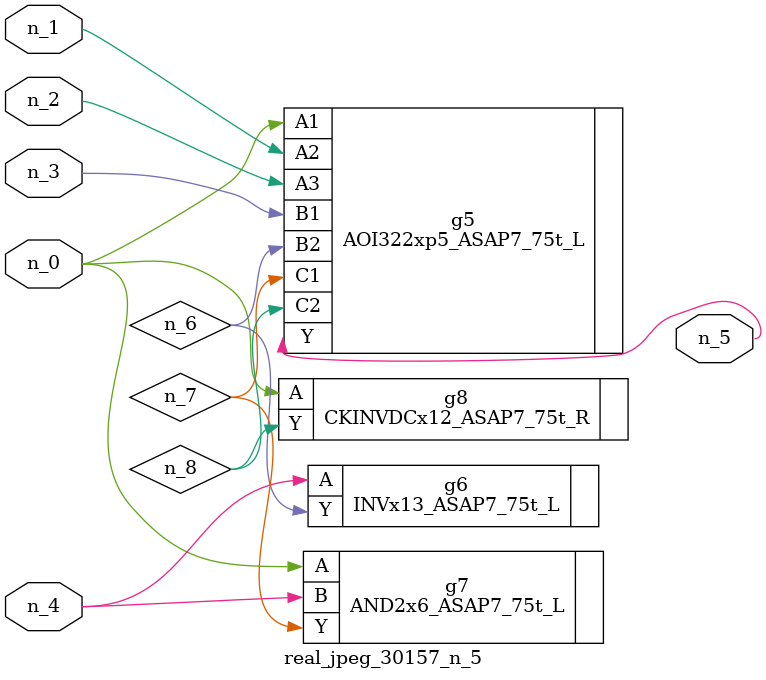
<source format=v>
module real_jpeg_30157_n_5 (n_4, n_0, n_1, n_2, n_3, n_5);

input n_4;
input n_0;
input n_1;
input n_2;
input n_3;

output n_5;

wire n_8;
wire n_6;
wire n_7;

AOI322xp5_ASAP7_75t_L g5 ( 
.A1(n_0),
.A2(n_1),
.A3(n_2),
.B1(n_3),
.B2(n_6),
.C1(n_7),
.C2(n_8),
.Y(n_5)
);

AND2x6_ASAP7_75t_L g7 ( 
.A(n_0),
.B(n_4),
.Y(n_7)
);

CKINVDCx12_ASAP7_75t_R g8 ( 
.A(n_0),
.Y(n_8)
);

INVx13_ASAP7_75t_L g6 ( 
.A(n_4),
.Y(n_6)
);


endmodule
</source>
